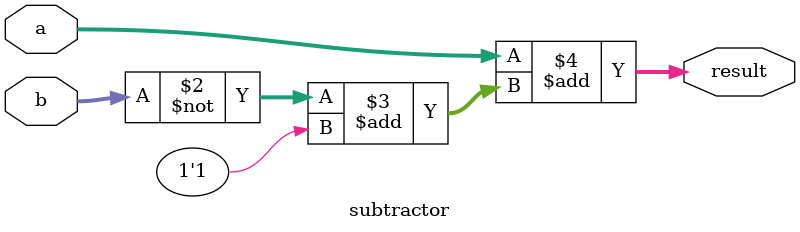
<source format=sv>
module separate_addr_regfile #(
    parameter DATA_W = 32,
    parameter WR_ADDR_W = 4,
    parameter RD_ADDR_W = 5
)(
    input  wire                  clk,
    input  wire                  rst_n,
    input  wire                  wr_en,
    input  wire [WR_ADDR_W-1:0]  wr_addr,
    input  wire [DATA_W-1:0]     wr_data,
    input  wire [RD_ADDR_W-1:0]  rd_addr,
    output wire [DATA_W-1:0]     rd_data
);

    // Address extension module
    wire [RD_ADDR_W-1:0] extended_wr_addr;
    addr_extension #(
        .WR_ADDR_W(WR_ADDR_W),
        .RD_ADDR_W(RD_ADDR_W)
    ) addr_ext (
        .wr_addr(wr_addr),
        .extended_wr_addr(extended_wr_addr)
    );

    // Register file core
    regfile_core #(
        .DATA_W(DATA_W),
        .ADDR_W(RD_ADDR_W)
    ) regfile (
        .clk(clk),
        .rst_n(rst_n),
        .wr_en(wr_en),
        .wr_addr(extended_wr_addr),
        .wr_data(wr_data),
        .rd_addr(rd_addr),
        .rd_data(rd_data)
    );

endmodule

module addr_extension #(
    parameter WR_ADDR_W = 4,
    parameter RD_ADDR_W = 5
)(
    input  wire [WR_ADDR_W-1:0]  wr_addr,
    output wire [RD_ADDR_W-1:0]  extended_wr_addr
);
    assign extended_wr_addr = {{(RD_ADDR_W-WR_ADDR_W){1'b0}}, wr_addr};
endmodule

module regfile_core #(
    parameter DATA_W = 32,
    parameter ADDR_W = 5
)(
    input  wire                  clk,
    input  wire                  rst_n,
    input  wire                  wr_en,
    input  wire [ADDR_W-1:0]     wr_addr,
    input  wire [DATA_W-1:0]     wr_data,
    input  wire [ADDR_W-1:0]     rd_addr,
    output wire [DATA_W-1:0]     rd_data
);
    reg [DATA_W-1:0] registers [0:(2**ADDR_W)-1];
    
    assign rd_data = registers[rd_addr];
    
    integer i;
    always @(posedge clk or negedge rst_n) begin
        if (!rst_n) begin
            for (i = 0; i < (2**ADDR_W); i = i + 1) begin
                registers[i] <= {DATA_W{1'b0}};
            end
        end
        else if (wr_en) begin
            registers[wr_addr] <= wr_data;
        end
    end
endmodule

module subtractor #(
    parameter WIDTH = 8
)(
    input wire [WIDTH-1:0] a,
    input wire [WIDTH-1:0] b,
    output wire [WIDTH-1:0] result
);
    assign result = a + (~b + 1'b1); // Two's complement subtraction
endmodule
</source>
